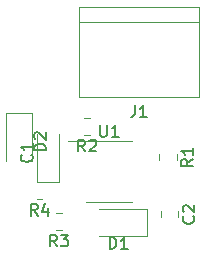
<source format=gbr>
%TF.GenerationSoftware,KiCad,Pcbnew,(6.0.10)*%
%TF.CreationDate,2023-02-23T17:52:34-08:00*%
%TF.ProjectId,exercise_2,65786572-6369-4736-955f-322e6b696361,rev?*%
%TF.SameCoordinates,Original*%
%TF.FileFunction,Legend,Top*%
%TF.FilePolarity,Positive*%
%FSLAX46Y46*%
G04 Gerber Fmt 4.6, Leading zero omitted, Abs format (unit mm)*
G04 Created by KiCad (PCBNEW (6.0.10)) date 2023-02-23 17:52:34*
%MOMM*%
%LPD*%
G01*
G04 APERTURE LIST*
%ADD10C,0.150000*%
%ADD11C,0.120000*%
G04 APERTURE END LIST*
D10*
%TO.C,D2*%
X157157380Y-91963095D02*
X156157380Y-91963095D01*
X156157380Y-91725000D01*
X156205000Y-91582142D01*
X156300238Y-91486904D01*
X156395476Y-91439285D01*
X156585952Y-91391666D01*
X156728809Y-91391666D01*
X156919285Y-91439285D01*
X157014523Y-91486904D01*
X157109761Y-91582142D01*
X157157380Y-91725000D01*
X157157380Y-91963095D01*
X156252619Y-91010714D02*
X156205000Y-90963095D01*
X156157380Y-90867857D01*
X156157380Y-90629761D01*
X156205000Y-90534523D01*
X156252619Y-90486904D01*
X156347857Y-90439285D01*
X156443095Y-90439285D01*
X156585952Y-90486904D01*
X157157380Y-91058333D01*
X157157380Y-90439285D01*
%TO.C,R4*%
X156452897Y-97487380D02*
X156119564Y-97011190D01*
X155881468Y-97487380D02*
X155881468Y-96487380D01*
X156262421Y-96487380D01*
X156357659Y-96535000D01*
X156405278Y-96582619D01*
X156452897Y-96677857D01*
X156452897Y-96820714D01*
X156405278Y-96915952D01*
X156357659Y-96963571D01*
X156262421Y-97011190D01*
X155881468Y-97011190D01*
X157310040Y-96820714D02*
X157310040Y-97487380D01*
X157071944Y-96439761D02*
X156833849Y-97154047D01*
X157452897Y-97154047D01*
%TO.C,C2*%
X169639638Y-97546666D02*
X169687257Y-97594285D01*
X169734876Y-97737142D01*
X169734876Y-97832380D01*
X169687257Y-97975238D01*
X169592019Y-98070476D01*
X169496781Y-98118095D01*
X169306305Y-98165714D01*
X169163448Y-98165714D01*
X168972972Y-98118095D01*
X168877734Y-98070476D01*
X168782496Y-97975238D01*
X168734876Y-97832380D01*
X168734876Y-97737142D01*
X168782496Y-97594285D01*
X168830115Y-97546666D01*
X168830115Y-97165714D02*
X168782496Y-97118095D01*
X168734876Y-97022857D01*
X168734876Y-96784761D01*
X168782496Y-96689523D01*
X168830115Y-96641904D01*
X168925353Y-96594285D01*
X169020591Y-96594285D01*
X169163448Y-96641904D01*
X169734876Y-97213333D01*
X169734876Y-96594285D01*
%TO.C,C1*%
X155934642Y-92331666D02*
X155982261Y-92379285D01*
X156029880Y-92522142D01*
X156029880Y-92617380D01*
X155982261Y-92760238D01*
X155887023Y-92855476D01*
X155791785Y-92903095D01*
X155601309Y-92950714D01*
X155458452Y-92950714D01*
X155267976Y-92903095D01*
X155172738Y-92855476D01*
X155077500Y-92760238D01*
X155029880Y-92617380D01*
X155029880Y-92522142D01*
X155077500Y-92379285D01*
X155125119Y-92331666D01*
X156029880Y-91379285D02*
X156029880Y-91950714D01*
X156029880Y-91665000D02*
X155029880Y-91665000D01*
X155172738Y-91760238D01*
X155267976Y-91855476D01*
X155315595Y-91950714D01*
%TO.C,R3*%
X158100833Y-100095316D02*
X157767500Y-99619126D01*
X157529404Y-100095316D02*
X157529404Y-99095316D01*
X157910357Y-99095316D01*
X158005595Y-99142936D01*
X158053214Y-99190555D01*
X158100833Y-99285793D01*
X158100833Y-99428650D01*
X158053214Y-99523888D01*
X158005595Y-99571507D01*
X157910357Y-99619126D01*
X157529404Y-99619126D01*
X158434166Y-99095316D02*
X159053214Y-99095316D01*
X158719880Y-99476269D01*
X158862738Y-99476269D01*
X158957976Y-99523888D01*
X159005595Y-99571507D01*
X159053214Y-99666745D01*
X159053214Y-99904840D01*
X159005595Y-100000078D01*
X158957976Y-100047697D01*
X158862738Y-100095316D01*
X158577023Y-100095316D01*
X158481785Y-100047697D01*
X158434166Y-100000078D01*
%TO.C,U1*%
X161743095Y-89817380D02*
X161743095Y-90626904D01*
X161790714Y-90722142D01*
X161838333Y-90769761D01*
X161933571Y-90817380D01*
X162124047Y-90817380D01*
X162219285Y-90769761D01*
X162266904Y-90722142D01*
X162314523Y-90626904D01*
X162314523Y-89817380D01*
X163314523Y-90817380D02*
X162743095Y-90817380D01*
X163028809Y-90817380D02*
X163028809Y-89817380D01*
X162933571Y-89960238D01*
X162838333Y-90055476D01*
X162743095Y-90103095D01*
%TO.C,R2*%
X160463333Y-92057380D02*
X160130000Y-91581190D01*
X159891904Y-92057380D02*
X159891904Y-91057380D01*
X160272857Y-91057380D01*
X160368095Y-91105000D01*
X160415714Y-91152619D01*
X160463333Y-91247857D01*
X160463333Y-91390714D01*
X160415714Y-91485952D01*
X160368095Y-91533571D01*
X160272857Y-91581190D01*
X159891904Y-91581190D01*
X160844285Y-91152619D02*
X160891904Y-91105000D01*
X160987142Y-91057380D01*
X161225238Y-91057380D01*
X161320476Y-91105000D01*
X161368095Y-91152619D01*
X161415714Y-91247857D01*
X161415714Y-91343095D01*
X161368095Y-91485952D01*
X160796666Y-92057380D01*
X161415714Y-92057380D01*
%TO.C,R1*%
X169617380Y-92704602D02*
X169141190Y-93037936D01*
X169617380Y-93276031D02*
X168617380Y-93276031D01*
X168617380Y-92895078D01*
X168665000Y-92799840D01*
X168712619Y-92752221D01*
X168807857Y-92704602D01*
X168950714Y-92704602D01*
X169045952Y-92752221D01*
X169093571Y-92799840D01*
X169141190Y-92895078D01*
X169141190Y-93276031D01*
X169617380Y-91752221D02*
X169617380Y-92323650D01*
X169617380Y-92037936D02*
X168617380Y-92037936D01*
X168760238Y-92133174D01*
X168855476Y-92228412D01*
X168903095Y-92323650D01*
%TO.C,D1*%
X162561904Y-100317380D02*
X162561904Y-99317380D01*
X162800000Y-99317380D01*
X162942857Y-99365000D01*
X163038095Y-99460238D01*
X163085714Y-99555476D01*
X163133333Y-99745952D01*
X163133333Y-99888809D01*
X163085714Y-100079285D01*
X163038095Y-100174523D01*
X162942857Y-100269761D01*
X162800000Y-100317380D01*
X162561904Y-100317380D01*
X164085714Y-100317380D02*
X163514285Y-100317380D01*
X163800000Y-100317380D02*
X163800000Y-99317380D01*
X163704761Y-99460238D01*
X163609523Y-99555476D01*
X163514285Y-99603095D01*
%TO.C,J1*%
X164711666Y-88137380D02*
X164711666Y-88851666D01*
X164664047Y-88994523D01*
X164568809Y-89089761D01*
X164425952Y-89137380D01*
X164330714Y-89137380D01*
X165711666Y-89137380D02*
X165140238Y-89137380D01*
X165425952Y-89137380D02*
X165425952Y-88137380D01*
X165330714Y-88280238D01*
X165235476Y-88375476D01*
X165140238Y-88423095D01*
D11*
%TO.C,D2*%
X156020000Y-92825000D02*
X156020000Y-88765000D01*
X156020000Y-88765000D02*
X153750000Y-88765000D01*
X153750000Y-88765000D02*
X153750000Y-92825000D01*
%TO.C,R4*%
X156846628Y-94650000D02*
X156392500Y-94650000D01*
X156846628Y-96120000D02*
X156392500Y-96120000D01*
%TO.C,C2*%
X166867496Y-97118748D02*
X166867496Y-97641252D01*
X168337496Y-97118748D02*
X168337496Y-97641252D01*
%TO.C,C1*%
X156392500Y-90565000D02*
X156392500Y-94650000D01*
X156392500Y-94650000D02*
X158262500Y-94650000D01*
X158262500Y-94650000D02*
X158262500Y-90565000D01*
%TO.C,R3*%
X158494564Y-97257936D02*
X158040436Y-97257936D01*
X158494564Y-98727936D02*
X158040436Y-98727936D01*
%TO.C,U1*%
X162505000Y-96325000D02*
X160555000Y-96325000D01*
X162505000Y-96325000D02*
X164455000Y-96325000D01*
X162505000Y-91205000D02*
X164455000Y-91205000D01*
X162505000Y-91205000D02*
X159055000Y-91205000D01*
%TO.C,R2*%
X160857064Y-90690000D02*
X160402936Y-90690000D01*
X160857064Y-89220000D02*
X160402936Y-89220000D01*
%TO.C,R1*%
X168250000Y-92310872D02*
X168250000Y-92765000D01*
X166780000Y-92310872D02*
X166780000Y-92765000D01*
%TO.C,D1*%
X165760000Y-96910000D02*
X161700000Y-96910000D01*
X161700000Y-99180000D02*
X165760000Y-99180000D01*
X165760000Y-99180000D02*
X165760000Y-96910000D01*
%TO.C,J1*%
X170125000Y-79795000D02*
X159965000Y-79795000D01*
X159965000Y-81065000D02*
X170125000Y-81065000D01*
X159965000Y-79795000D02*
X159965000Y-87415000D01*
X170125000Y-87415000D02*
X170125000Y-79795000D01*
X159965000Y-87415000D02*
X170125000Y-87415000D01*
%TD*%
M02*

</source>
